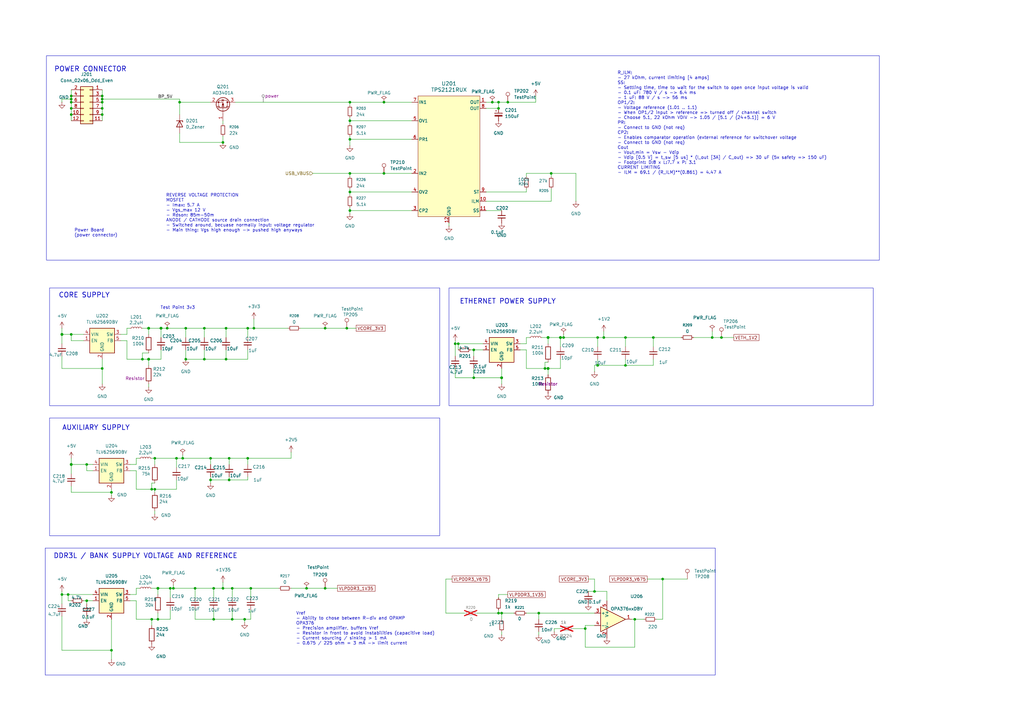
<source format=kicad_sch>
(kicad_sch (version 20250114) (generator "eeschema") (generator_version "9.0")
  (paper "A3")
  (rectangle (start 18.542 224.79) (end 293.37 276.86))
  (rectangle (start 20.32 118.11) (end 180.34 166.37))
  (rectangle (start 20.32 171.45) (end 180.34 219.71))
  (rectangle (start 184.15 118.11) (end 358.14 166.37))
  (rectangle (start 19.05 22.86) (end 360.68 106.68))
  (text "R_ILM: \n- 27 kOhm, current limiting [4 amps]\nSS:\n- Settling time, time to wait for the switch to open once input voltage is valid\n- 0.1 uF: 780 V / s -> 6.4 ms\n- 1 uF: 88 V / s -> 56 ms\nOP1/2:\n- Voltage reference (1.01 .. 1.1)\n- When OP1/2 input > reference => turned off / channel switch\n- Choose 5.1, 22 kOhm VDIV -> 1.05 / [5.1 / (24+5.1)] = 6 V\nPR:\n- Connect to GND (not req)\nCP2:\n- Enables comparator operation (external reference for switchover voltage\n- Connect to GND (not req)\nCout\n- Vout,min = Vsw - Vdip\n- Vdip [0.5 V] = t_sw [5 us] * (I_out [3A] / C_out) => 30 uF (5x safety => 150 uF)\n- Footprint: D:8 x L:7.7 x P: 3.1\nCURRENT LIMITING\n- ILM = 69.1 / (R_ILM)**(0.861) = 4.47 A" (at 253.238 71.628 0) (effects (font (size 1.27 1.27)) (justify left bottom)))
  (text "Test Point 3v3" (at 80.01 127 0) (effects (font (size 1.27 1.27)) (justify right bottom)))
  (text "DDR3L / BANK SUPPLY VOLTAGE AND REFERENCE" (at 59.69 228.092 0) (effects (font (size 2 2) (thickness 0.254) (bold yes))))
  (text "Power Board \n(power connector)" (at 30.48 97.282 0) (effects (font (size 1.27 1.27)) (justify left bottom)))
  (text "POWER CONNECTOR" (at 37.084 28.448 0) (effects (font (size 2 2) (thickness 0.254) (bold yes))))
  (text "ETHERNET POWER SUPPLY" (at 208.28 123.698 0) (effects (font (size 2 2) (thickness 0.254) (bold yes))))
  (text "REVERSE VOLTAGE PROTECTION\nMOSFET\n- Imax: 5.7 A\n- Vgs_max 12 V\n- Rdson: 85m-50m\nANODE / CATHODE source drain connection\n- Switched around, becuase normally input: voltage regulator\n- Main thing: Vgs high enough -> pushed high anyways" (at 68.072 95.25 0) (effects (font (size 1.27 1.27)) (justify left bottom)))
  (text "Vref\n- Ability to chose between R-div and OPAMP\nOPA376\n- Precision amplifier, buffers Vref\n- Resistor in front to avoid instabilities (capacitive load)\n- Current sourcing / sinking > 1 mA\n- 0.675 / 225 ohm = 3 mA -> limit current" (at 121.412 264.668 0) (effects (font (size 1.27 1.27)) (justify left bottom)))
  (text "CORE SUPPLY" (at 34.544 121.158 0) (effects (font (size 2 2) (thickness 0.254) (bold yes))))
  (text "AUXILIARY SUPPLY" (at 39.37 175.514 0) (effects (font (size 2 2) (thickness 0.254) (bold yes))))
  (junction (at 201.93 41.91))
  (junction (at 63.5 187.96))
  (junction (at 231.14 138.43))
  (junction (at 245.11 138.43))
  (junction (at 58.42 147.32))
  (junction (at 45.72 266.7))
  (junction (at 29.21 41.91))
  (junction (at 194.31 143.51))
  (junction (at 295.91 138.43))
  (junction (at 29.21 44.45))
  (junction (at 208.28 41.91))
  (junction (at 64.77 254))
  (junction (at 125.73 241.3))
  (junction (at 87.63 241.3))
  (junction (at 142.24 134.62))
  (junction (at 62.23 200.66))
  (junction (at 220.98 251.46))
  (junction (at 95.25 241.3))
  (junction (at 247.65 138.43))
  (junction (at 267.97 138.43))
  (junction (at 25.4 137.16) (diameter 1.016))
  (junction (at 224.79 138.43) (diameter 1.016))
  (junction (at 87.63 254))
  (junction (at 93.98 196.85))
  (junction (at 74.93 187.96))
  (junction (at 243.84 242.57))
  (junction (at 76.2 134.62))
  (junction (at 29.21 46.99))
  (junction (at 29.21 39.37))
  (junction (at 41.91 39.37))
  (junction (at 41.91 44.45))
  (junction (at 92.71 147.32))
  (junction (at 260.35 254))
  (junction (at 93.98 187.96))
  (junction (at 29.21 137.16))
  (junction (at 92.71 134.62))
  (junction (at 41.91 151.13))
  (junction (at 186.69 140.97))
  (junction (at 101.6 187.96))
  (junction (at 204.47 41.91))
  (junction (at 143.51 71.12))
  (junction (at 229.87 138.43) (diameter 1.016))
  (junction (at 143.51 57.15))
  (junction (at 157.48 71.12))
  (junction (at 271.78 237.49))
  (junction (at 60.96 134.62) (diameter 1.016))
  (junction (at 76.2 147.32))
  (junction (at 133.35 241.3))
  (junction (at 91.44 58.42))
  (junction (at 245.11 149.86))
  (junction (at 73.66 41.91))
  (junction (at 64.77 241.3) (diameter 1.016))
  (junction (at 292.1 138.43))
  (junction (at 63.5 200.66))
  (junction (at 157.48 41.91))
  (junction (at 80.01 241.3))
  (junction (at 45.72 201.93))
  (junction (at 41.91 40.64))
  (junction (at 68.58 134.62))
  (junction (at 91.44 241.3))
  (junction (at 95.25 254))
  (junction (at 83.82 134.62))
  (junction (at 72.39 187.96))
  (junction (at 100.33 254))
  (junction (at 205.74 251.46))
  (junction (at 102.87 241.3))
  (junction (at 143.51 86.36))
  (junction (at 69.85 241.3))
  (junction (at 35.56 246.38))
  (junction (at 35.56 190.5))
  (junction (at 86.36 187.96))
  (junction (at 205.74 154.94) (diameter 1.016))
  (junction (at 256.54 149.86))
  (junction (at 27.94 243.84))
  (junction (at 143.51 41.91))
  (junction (at 86.36 196.85))
  (junction (at 223.52 151.13))
  (junction (at 29.21 190.5) (diameter 1.016))
  (junction (at 83.82 147.32))
  (junction (at 194.31 154.94))
  (junction (at 71.12 241.3))
  (junction (at 143.51 49.53))
  (junction (at 41.91 41.91))
  (junction (at 25.4 243.84))
  (junction (at 204.47 251.46))
  (junction (at 224.79 151.13) (diameter 1.016))
  (junction (at 240.03 257.81))
  (junction (at 29.21 40.64))
  (junction (at 60.96 147.32) (diameter 1.016))
  (junction (at 204.47 44.45))
  (junction (at 143.51 78.74))
  (junction (at 133.35 134.62))
  (junction (at 104.14 134.62))
  (junction (at 62.23 254))
  (junction (at 256.54 138.43))
  (junction (at 101.6 134.62))
  (junction (at 187.96 140.97))
  (junction (at 66.04 134.62) (diameter 1.016))
  (junction (at 41.91 46.99))
  (junction (at 226.06 71.12))
  (wire (pts (xy 143.51 57.15) (xy 143.51 59.69)))
  (wire (pts (xy 220.98 254) (xy 220.98 251.46)))
  (wire (pts (xy 260.35 265.43) (xy 240.03 265.43)))
  (wire (pts (xy 226.06 71.12) (xy 236.22 71.12)))
  (wire (pts (xy 29.21 40.64) (xy 25.4 40.64)))
  (wire (pts (xy 215.9 140.97) (xy 215.9 138.43)))
  (wire (pts (xy 60.96 157.48) (xy 60.96 158.75)))
  (wire (pts (xy 29.21 36.83) (xy 29.21 39.37)))
  (wire (pts (xy 205.74 251.46) (xy 205.74 254)))
  (wire (pts (xy 186.69 139.7) (xy 186.69 140.97)))
  (wire (pts (xy 240.03 257.81) (xy 240.03 265.43)))
  (wire (pts (xy 83.82 134.62) (xy 83.82 138.43)))
  (wire (pts (xy 256.54 138.43) (xy 267.97 138.43)))
  (wire (pts (xy 168.91 86.36) (xy 143.51 86.36)))
  (wire (pts (xy 186.69 140.97) (xy 186.69 146.05)))
  (wire (pts (xy 69.85 241.3) (xy 69.85 245.11)))
  (wire (pts (xy 55.88 254) (xy 62.23 254)))
  (wire (pts (xy 55.88 187.96) (xy 55.88 190.5)))
  (wire (pts (xy 143.51 80.01) (xy 143.51 78.74)))
  (wire (pts (xy 205.74 154.94) (xy 205.74 157.48)))
  (wire (pts (xy 243.84 149.86) (xy 245.11 149.86)))
  (wire (pts (xy 80.01 254) (xy 87.63 254)))
  (wire (pts (xy 101.6 195.58) (xy 101.6 196.85)))
  (wire (pts (xy 205.74 259.08) (xy 205.74 260.35)))
  (wire (pts (xy 55.88 241.3) (xy 57.15 241.3)))
  (wire (pts (xy 194.31 143.51) (xy 198.12 143.51)))
  (wire (pts (xy 264.16 254) (xy 260.35 254)))
  (wire (pts (xy 245.11 149.86) (xy 256.54 149.86)))
  (wire (pts (xy 91.44 55.88) (xy 91.44 58.42)))
  (wire (pts (xy 231.14 138.43) (xy 245.11 138.43)))
  (wire (pts (xy 86.36 196.85) (xy 86.36 198.12)))
  (wire (pts (xy 260.35 254) (xy 259.08 254)))
  (wire (pts (xy 224.79 138.43) (xy 229.87 138.43)))
  (wire (pts (xy 157.48 71.12) (xy 168.91 71.12)))
  (wire (pts (xy 63.5 187.96) (xy 63.5 190.5)))
  (wire (pts (xy 25.4 146.05) (xy 25.4 151.13)))
  (wire (pts (xy 241.3 242.57) (xy 243.84 242.57)))
  (wire (pts (xy 271.78 237.49) (xy 271.78 254)))
  (wire (pts (xy 72.39 187.96) (xy 74.93 187.96)))
  (wire (pts (xy 93.98 195.58) (xy 93.98 196.85)))
  (wire (pts (xy 205.74 151.13) (xy 205.74 154.94)))
  (wire (pts (xy 25.4 137.16) (xy 25.4 140.97)))
  (wire (pts (xy 64.77 251.46) (xy 64.77 254)))
  (wire (pts (xy 231.14 137.16) (xy 231.14 138.43)))
  (wire (pts (xy 224.79 138.43) (xy 224.79 140.97)))
  (wire (pts (xy 80.01 241.3) (xy 80.01 245.11)))
  (wire (pts (xy 60.96 147.32) (xy 60.96 149.86)))
  (wire (pts (xy 243.84 149.86) (xy 243.84 152.4)))
  (wire (pts (xy 184.15 92.71) (xy 184.15 91.44)))
  (wire (pts (xy 199.39 82.55) (xy 226.06 82.55)))
  (wire (pts (xy 45.72 201.93) (xy 45.72 203.2)))
  (wire (pts (xy 52.07 137.16) (xy 49.53 137.16)))
  (wire (pts (xy 91.44 50.8) (xy 91.44 49.53)))
  (wire (pts (xy 66.04 147.32) (xy 60.96 147.32)))
  (wire (pts (xy 35.56 252.73) (xy 35.56 254)))
  (wire (pts (xy 86.36 195.58) (xy 86.36 196.85)))
  (wire (pts (xy 208.28 41.91) (xy 204.47 41.91)))
  (wire (pts (xy 29.21 40.64) (xy 29.21 41.91)))
  (wire (pts (xy 104.14 134.62) (xy 104.14 130.81)))
  (wire (pts (xy 83.82 143.51) (xy 83.82 147.32)))
  (wire (pts (xy 76.2 138.43) (xy 76.2 134.62)))
  (wire (pts (xy 186.69 151.13) (xy 186.69 154.94)))
  (wire (pts (xy 27.94 246.38) (xy 29.21 246.38)))
  (wire (pts (xy 292.1 135.89) (xy 292.1 138.43)))
  (wire (pts (xy 182.88 237.49) (xy 185.42 237.49)))
  (wire (pts (xy 119.38 187.96) (xy 119.38 185.42)))
  (wire (pts (xy 60.96 147.32) (xy 58.42 147.32)))
  (wire (pts (xy 29.21 187.96) (xy 29.21 190.5)))
  (wire (pts (xy 55.88 246.38) (xy 55.88 254)))
  (wire (pts (xy 271.78 254) (xy 269.24 254)))
  (wire (pts (xy 194.31 146.05) (xy 194.31 143.51)))
  (wire (pts (xy 35.56 247.65) (xy 35.56 246.38)))
  (wire (pts (xy 58.42 144.78) (xy 60.96 144.78)))
  (wire (pts (xy 86.36 196.85) (xy 93.98 196.85)))
  (wire (pts (xy 199.39 44.45) (xy 204.47 44.45)))
  (wire (pts (xy 45.72 200.66) (xy 45.72 201.93)))
  (wire (pts (xy 62.23 200.66) (xy 63.5 200.66)))
  (wire (pts (xy 101.6 187.96) (xy 119.38 187.96)))
  (wire (pts (xy 73.66 58.42) (xy 73.66 54.61)))
  (wire (pts (xy 240.03 256.54) (xy 240.03 257.81)))
  (wire (pts (xy 267.97 138.43) (xy 267.97 142.24)))
  (wire (pts (xy 34.29 246.38) (xy 35.56 246.38)))
  (wire (pts (xy 55.88 243.84) (xy 55.88 241.3)))
  (wire (pts (xy 182.88 251.46) (xy 190.5 251.46)))
  (wire (pts (xy 62.23 198.12) (xy 63.5 198.12)))
  (wire (pts (xy 41.91 39.37) (xy 41.91 40.64)))
  (wire (pts (xy 92.71 134.62) (xy 101.6 134.62)))
  (wire (pts (xy 143.51 71.12) (xy 157.48 71.12)))
  (wire (pts (xy 223.52 148.59) (xy 224.79 148.59)))
  (wire (pts (xy 87.63 245.11) (xy 87.63 241.3)))
  (wire (pts (xy 142.24 134.62) (xy 133.35 134.62)))
  (wire (pts (xy 101.6 134.62) (xy 101.6 138.43)))
  (wire (pts (xy 63.5 187.96) (xy 72.39 187.96)))
  (wire (pts (xy 52.07 134.62) (xy 52.07 137.16)))
  (wire (pts (xy 187.96 140.97) (xy 187.96 143.51)))
  (wire (pts (xy 25.4 134.62) (xy 25.4 137.16)))
  (wire (pts (xy 220.98 251.46) (xy 243.84 251.46)))
  (wire (pts (xy 66.04 143.51) (xy 66.04 147.32)))
  (wire (pts (xy 86.36 187.96) (xy 86.36 190.5)))
  (wire (pts (xy 229.87 151.13) (xy 224.79 151.13)))
  (wire (pts (xy 74.93 186.69) (xy 74.93 187.96)))
  (wire (pts (xy 234.95 257.81) (xy 240.03 257.81)))
  (wire (pts (xy 223.52 148.59) (xy 223.52 151.13)))
  (wire (pts (xy 92.71 138.43) (xy 92.71 134.62)))
  (wire (pts (xy 101.6 196.85) (xy 93.98 196.85)))
  (wire (pts (xy 53.34 246.38) (xy 55.88 246.38)))
  (wire (pts (xy 199.39 41.91) (xy 201.93 41.91)))
  (wire (pts (xy 204.47 250.19) (xy 204.47 251.46)))
  (wire (pts (xy 73.66 41.91) (xy 73.66 46.99)))
  (wire (pts (xy 256.54 147.32) (xy 256.54 149.86)))
  (wire (pts (xy 91.44 241.3) (xy 95.25 241.3)))
  (wire (pts (xy 41.91 147.32) (xy 41.91 151.13)))
  (wire (pts (xy 76.2 147.32) (xy 83.82 147.32)))
  (wire (pts (xy 58.42 147.32) (xy 52.07 147.32)))
  (wire (pts (xy 215.9 251.46) (xy 220.98 251.46)))
  (wire (pts (xy 243.84 237.49) (xy 243.84 242.57)))
  (wire (pts (xy 29.21 190.5) (xy 29.21 194.31)))
  (wire (pts (xy 29.21 201.93) (xy 45.72 201.93)))
  (wire (pts (xy 29.21 139.7) (xy 29.21 137.16)))
  (wire (pts (xy 143.51 85.09) (xy 143.51 86.36)))
  (wire (pts (xy 63.5 200.66) (xy 63.5 201.93)))
  (wire (pts (xy 157.48 41.91) (xy 168.91 41.91)))
  (wire (pts (xy 35.56 190.5) (xy 38.1 190.5)))
  (wire (pts (xy 223.52 151.13) (xy 224.79 151.13)))
  (wire (pts (xy 143.51 55.88) (xy 143.51 57.15)))
  (wire (pts (xy 55.88 200.66) (xy 55.88 193.04)))
  (wire (pts (xy 267.97 138.43) (xy 279.4 138.43)))
  (wire (pts (xy 25.4 243.84) (xy 25.4 247.65)))
  (wire (pts (xy 29.21 137.16) (xy 34.29 137.16)))
  (wire (pts (xy 76.2 134.62) (xy 83.82 134.62)))
  (wire (pts (xy 55.88 193.04) (xy 53.34 193.04)))
  (wire (pts (xy 219.71 41.91) (xy 208.28 41.91)))
  (wire (pts (xy 265.43 237.49) (xy 271.78 237.49)))
  (wire (pts (xy 194.31 154.94) (xy 205.74 154.94)))
  (wire (pts (xy 69.85 254) (xy 64.77 254)))
  (wire (pts (xy 41.91 40.64) (xy 41.91 41.91)))
  (wire (pts (xy 87.63 254) (xy 95.25 254)))
  (wire (pts (xy 73.66 58.42) (xy 91.44 58.42)))
  (wire (pts (xy 215.9 151.13) (xy 223.52 151.13)))
  (wire (pts (xy 215.9 71.12) (xy 226.06 71.12)))
  (wire (pts (xy 143.51 78.74) (xy 168.91 78.74)))
  (wire (pts (xy 195.58 251.46) (xy 204.47 251.46)))
  (wire (pts (xy 25.4 266.7) (xy 45.72 266.7)))
  (wire (pts (xy 118.11 134.62) (xy 104.14 134.62)))
  (wire (pts (xy 100.33 254) (xy 100.33 255.27)))
  (wire (pts (xy 133.35 241.3) (xy 138.43 241.3)))
  (wire (pts (xy 229.87 138.43) (xy 231.14 138.43)))
  (wire (pts (xy 25.4 252.73) (xy 25.4 266.7)))
  (wire (pts (xy 95.25 245.11) (xy 95.25 241.3)))
  (wire (pts (xy 295.91 138.43) (xy 300.99 138.43)))
  (wire (pts (xy 247.65 135.89) (xy 247.65 138.43)))
  (wire (pts (xy 201.93 41.91) (xy 204.47 41.91)))
  (wire (pts (xy 281.94 237.49) (xy 271.78 237.49)))
  (wire (pts (xy 215.9 71.12) (xy 215.9 72.39)))
  (wire (pts (xy 260.35 265.43) (xy 260.35 254)))
  (wire (pts (xy 29.21 139.7) (xy 34.29 139.7)))
  (wire (pts (xy 60.96 134.62) (xy 60.96 137.16)))
  (wire (pts (xy 205.74 251.46) (xy 210.82 251.46)))
  (wire (pts (xy 27.94 243.84) (xy 38.1 243.84)))
  (wire (pts (xy 102.87 241.3) (xy 114.3 241.3)))
  (wire (pts (xy 83.82 147.32) (xy 92.71 147.32)))
  (wire (pts (xy 29.21 199.39) (xy 29.21 201.93)))
  (wire (pts (xy 66.04 134.62) (xy 68.58 134.62)))
  (wire (pts (xy 29.21 190.5) (xy 35.56 190.5)))
  (wire (pts (xy 186.69 154.94) (xy 194.31 154.94)))
  (wire (pts (xy 62.23 254) (xy 64.77 254)))
  (wire (pts (xy 64.77 241.3) (xy 69.85 241.3)))
  (wire (pts (xy 222.25 138.43) (xy 224.79 138.43)))
  (wire (pts (xy 256.54 138.43) (xy 247.65 138.43)))
  (wire (pts (xy 215.9 78.74) (xy 215.9 77.47)))
  (wire (pts (xy 93.98 187.96) (xy 101.6 187.96)))
  (wire (pts (xy 52.07 134.62) (xy 53.34 134.62)))
  (wire (pts (xy 101.6 143.51) (xy 101.6 147.32)))
  (wire (pts (xy 41.91 44.45) (xy 41.91 46.99)))
  (wire (pts (xy 96.52 41.91) (xy 143.51 41.91)))
  (wire (pts (xy 295.91 138.43) (xy 292.1 138.43)))
  (wire (pts (xy 204.47 44.45) (xy 204.47 41.91)))
  (wire (pts (xy 64.77 241.3) (xy 64.77 243.84)))
  (wire (pts (xy 73.66 41.91) (xy 86.36 41.91)))
  (wire (pts (xy 45.72 270.51) (xy 45.72 266.7)))
  (wire (pts (xy 55.88 190.5) (xy 53.34 190.5)))
  (wire (pts (xy 101.6 187.96) (xy 101.6 190.5)))
  (wire (pts (xy 220.98 260.35) (xy 220.98 259.08)))
  (wire (pts (xy 143.51 49.53) (xy 143.51 48.26)))
  (wire (pts (xy 187.96 140.97) (xy 198.12 140.97)))
  (wire (pts (xy 219.71 39.37) (xy 219.71 41.91)))
  (wire (pts (xy 45.72 254) (xy 45.72 266.7)))
  (wire (pts (xy 63.5 209.55) (xy 63.5 210.82)))
  (wire (pts (xy 204.47 243.84) (xy 204.47 245.11)))
  (wire (pts (xy 63.5 200.66) (xy 72.39 200.66)))
  (wire (pts (xy 62.23 200.66) (xy 55.88 200.66)))
  (wire (pts (xy 62.23 241.3) (xy 64.77 241.3)))
  (wire (pts (xy 35.56 246.38) (xy 38.1 246.38)))
  (wire (pts (xy 226.06 77.47) (xy 226.06 82.55)))
  (wire (pts (xy 35.56 190.5) (xy 35.56 193.04)))
  (wire (pts (xy 87.63 250.19) (xy 87.63 254)))
  (wire (pts (xy 95.25 254) (xy 100.33 254)))
  (wire (pts (xy 199.39 78.74) (xy 215.9 78.74)))
  (wire (pts (xy 204.47 251.46) (xy 205.74 251.46)))
  (wire (pts (xy 143.51 57.15) (xy 168.91 57.15)))
  (wire (pts (xy 236.22 71.12) (xy 236.22 82.55)))
  (wire (pts (xy 245.11 138.43) (xy 247.65 138.43)))
  (wire (pts (xy 245.11 138.43) (xy 245.11 142.24)))
  (wire (pts (xy 182.88 237.49) (xy 182.88 251.46)))
  (wire (pts (xy 62.23 254) (xy 62.23 256.54)))
  (wire (pts (xy 193.04 143.51) (xy 194.31 143.51)))
  (wire (pts (xy 80.01 250.19) (xy 80.01 254)))
  (wire (pts (xy 66.04 134.62) (xy 66.04 138.43)))
  (wire (pts (xy 215.9 138.43) (xy 217.17 138.43)))
  (wire (pts (xy 213.36 140.97) (xy 215.9 140.97)))
  (wire (pts (xy 199.39 86.36) (xy 205.74 86.36)))
  (wire (pts (xy 229.87 138.43) (xy 229.87 142.24)))
  (wire (pts (xy 41.91 46.99) (xy 41.91 49.53)))
  (wire (pts (xy 62.23 198.12) (xy 62.23 200.66)))
  (wire (pts (xy 52.07 147.32) (xy 52.07 139.7)))
  (wire (pts (xy 53.34 243.84) (xy 55.88 243.84)))
  (wire (pts (xy 69.85 250.19) (xy 69.85 254)))
  (wire (pts (xy 71.12 240.03) (xy 71.12 241.3)))
  (wire (pts (xy 208.28 243.84) (xy 204.47 243.84)))
  (wire (pts (xy 226.06 71.12) (xy 226.06 72.39)))
  (wire (pts (xy 58.42 144.78) (xy 58.42 147.32)))
  (wire (pts (xy 25.4 243.84) (xy 27.94 243.84)))
  (wire (pts (xy 248.92 242.57) (xy 248.92 246.38)))
  (wire (pts (xy 71.12 241.3) (xy 80.01 241.3)))
  (wire (pts (xy 73.66 40.64) (xy 73.66 41.91)))
  (wire (pts (xy 83.82 134.62) (xy 92.71 134.62)))
  (wire (pts (xy 35.56 193.04) (xy 38.1 193.04)))
  (wire (pts (xy 143.51 43.18) (xy 143.51 41.91)))
  (wire (pts (xy 267.97 147.32) (xy 267.97 149.86)))
  (wire (pts (xy 142.24 134.62) (xy 146.05 134.62)))
  (wire (pts (xy 25.4 151.13) (xy 41.91 151.13)))
  (wire (pts (xy 227.33 257.81) (xy 227.33 259.08)))
  (wire (pts (xy 186.69 140.97) (xy 187.96 140.97)))
  (wire (pts (xy 240.03 256.54) (xy 243.84 256.54)))
  (wire (pts (xy 143.51 72.39) (xy 143.51 71.12)))
  (wire (pts (xy 92.71 143.51) (xy 92.71 147.32)))
  (wire (pts (xy 76.2 143.51) (xy 76.2 147.32)))
  (wire (pts (xy 91.44 238.76) (xy 91.44 241.3)))
  (wire (pts (xy 25.4 40.64) (xy 25.4 41.91)))
  (wire (pts (xy 102.87 241.3) (xy 102.87 245.11)))
  (wire (pts (xy 224.79 151.13) (xy 224.79 153.67)))
  (wire (pts (xy 68.58 134.62) (xy 76.2 134.62)))
  (wire (pts (xy 86.36 187.96) (xy 93.98 187.96)))
  (wire (pts (xy 241.3 237.49) (xy 243.84 237.49)))
  (wire (pts (xy 80.01 241.3) (xy 87.63 241.3)))
  (wire (pts (xy 243.84 242.57) (xy 248.92 242.57)))
  (wire (pts (xy 25.4 242.57) (xy 25.4 243.84)))
  (wire (pts (xy 58.42 134.62) (xy 60.96 134.62)))
  (wire (pts (xy 128.27 71.12) (xy 143.51 71.12)))
  (wire (pts (xy 123.19 134.62) (xy 133.35 134.62)))
  (wire (pts (xy 72.39 187.96) (xy 72.39 191.77)))
  (wire (pts (xy 256.54 149.86) (xy 267.97 149.86)))
  (wire (pts (xy 69.85 241.3) (xy 71.12 241.3)))
  (wire (pts (xy 143.51 41.91) (xy 157.48 41.91)))
  (wire (pts (xy 102.87 250.19) (xy 102.87 254)))
  (wire (pts (xy 194.31 151.13) (xy 194.31 154.94)))
  (wire (pts (xy 143.51 49.53) (xy 168.91 49.53)))
  (wire (pts (xy 102.87 254) (xy 100.33 254)))
  (wire (pts (xy 62.23 187.96) (xy 63.5 187.96)))
  (wire (pts (xy 215.9 143.51) (xy 215.9 151.13)))
  (wire (pts (xy 29.21 41.91) (xy 29.21 44.45)))
  (wire (pts (xy 60.96 134.62) (xy 66.04 134.62)))
  (wire (pts (xy 52.07 139.7) (xy 49.53 139.7)))
  (wire (pts (xy 29.21 44.45) (xy 29.21 46.99)))
  (wire (pts (xy 245.11 147.32) (xy 245.11 149.86)))
  (wire (pts (xy 227.33 257.81) (xy 229.87 257.81)))
  (wire (pts (xy 87.63 241.3) (xy 91.44 241.3)))
  (wire (pts (xy 95.25 250.19) (xy 95.25 254)))
  (wire (pts (xy 29.21 46.99) (xy 29.21 49.53)))
  (wire (pts (xy 101.6 134.62) (xy 104.14 134.62)))
  (wire (pts (xy 143.51 78.74) (xy 143.51 77.47)))
  (wire (pts (xy 41.91 41.91) (xy 41.91 44.45)))
  (wire (pts (xy 74.93 187.96) (xy 86.36 187.96)))
  (wire (pts (xy 119.38 241.3) (xy 125.73 241.3)))
  (wire (pts (xy 213.36 143.51) (xy 215.9 143.51)))
  (wire (pts (xy 41.91 36.83) (xy 41.91 39.37)))
  (wire (pts (xy 41.91 40.64) (xy 73.66 40.64)))
  (wire (pts (xy 256.54 142.24) (xy 256.54 138.43)))
  (wire (pts (xy 95.25 241.3) (xy 102.87 241.3)))
  (wire (pts (xy 25.4 137.16) (xy 29.21 137.16)))
  (wire (pts (xy 125.73 241.3) (xy 133.35 241.3)))
  (wire (pts (xy 27.94 243.84) (xy 27.94 246.38)))
  (wire (pts (xy 143.51 86.36) (xy 143.51 87.63)))
  (wire (pts (xy 29.21 39.37) (xy 29.21 40.64)))
  (wire (pts (xy 284.48 138.43) (xy 292.1 138.43)))
  (wire (pts (xy 229.87 147.32) (xy 229.87 151.13)))
  (wire (pts (xy 93.98 187.96) (xy 93.98 190.5)))
  (wire (pts (xy 92.71 147.32) (xy 101.6 147.32)))
  (wire (pts (xy 143.51 50.8) (xy 143.51 49.53)))
  (wire (pts (xy 72.39 196.85) (xy 72.39 200.66)))
  (wire (pts (xy 41.91 157.48) (xy 41.91 151.13)))
  (wire (pts (xy 55.88 187.96) (xy 57.15 187.96)))
  (label "BP_5V" (at 64.77 40.64 0))
  (global_label "VLPDDR3_V675" (shape passive) (at 185.42 237.49 0) (property "Intersheetrefs" "${INTERSHEET_REFS}" (effects (hide yes))))
  (global_label "VCORE_3V3" (shape passive) (at 146.05 134.62 0) (property "Intersheetrefs" "${INTERSHEET_REFS}" (effects (hide yes))))
  (global_label "VLPDDR3_1V35" (shape passive) (at 138.43 241.3 0) (property "Intersheetrefs" "${INTERSHEET_REFS}" (effects (hide yes))))
  (global_label "VETH_1V2" (shape passive) (at 300.99 138.43 0) (property "Intersheetrefs" "${INTERSHEET_REFS}" (effects (hide yes))))
  (global_label "VCORE_3V3" (shape passive) (at 241.3 237.49 180) (property "Intersheetrefs" "${INTERSHEET_REFS}" (effects (hide yes))))
  (global_label "VLPDDR3_1V35" (shape passive) (at 208.28 243.84 0) (property "Intersheetrefs" "${INTERSHEET_REFS}" (effects (hide yes))))
  (global_label "VLPDDR3_V675" (shape passive) (at 265.43 237.49 180) (property "Intersheetrefs" "${INTERSHEET_REFS}" (effects (hide yes))))
  (hierarchical_label "USB_VBUS" (shape input) (at 128.27 71.12 180))
  (netclass_flag "" (length 2.54) (shape round) (at 107.95 41.91 0) (property "Netclass" "power" (at 108.6485 39.37 0) (effects (justify left))))
  (symbol (lib_id "Device:R_Small") (at 190.5 143.51 90) (unit 1)
    (property "Reference" "R201" (at 193.294 146.05 90) (effects (justify left)))
    (property "Value" "4.7k" (at 192.532 142.748 90) (effects (justify left)))
    (property "Footprint" "Resistor_SMD:R_0402_1005Metric" (effects (hide yes)))
    (property "Description" "Resistor, small symbol" (effects (hide yes)))
    (property "LPN" "C25900" (effects (hide yes)))
    (property "MPN" "0402WGF4701TCE" (effects (hide yes)))
  )
  (symbol (lib_id "Device:R") (at 60.96 140.97 180) (unit 1)
    (property "Reference" "R210" (at 59.182 138.6713 0) (effects (justify left)))
    (property "Value" "100k" (at 59.182 140.97 0) (effects (justify left)))
    (property "Footprint" "Resistor_SMD:R_0603_1608Metric" (effects (hide yes)))
    (property "Description" "Resistor" (effects (hide yes)))
    (property "LPN" "C25803" (effects (hide yes)))
    (property "MPN" "0603WAF1003T5E" (effects (hide yes)))
  )
  (symbol (lib_id "Device:C_Small") (at 95.25 247.65 0) (unit 1)
    (property "Reference" "C222" (at 92.964 245.872 0) (effects (justify left)))
    (property "Value" "10uF" (at 93.472 250.19 0) (effects (justify left)))
    (property "Footprint" "Capacitor_SMD:C_0603_1608Metric" (effects (hide yes)))
    (property "Datasheet" "https://jlcpcb.com/api/file/downloadByFileSystemAccessId/8579707107920437248" (effects (hide yes)))
    (property "Description" "Unpolarized capacitor, small symbol" (effects (hide yes)))
    (property "LPN" "C19702" (effects (hide yes)))
    (property "MPN" "CL10A106KP8NNNC" (effects (hide yes)))
  )
  (symbol (lib_id "Device:C_Small") (at 241.3 245.11 0) (unit 1)
    (property "Reference" "C225" (at 236.22 242.57 0) (effects (justify left)))
    (property "Value" "0.1uF" (at 241.3 246.888 0) (effects (justify left)))
    (property "Footprint" "Capacitor_SMD:C_0201_0603Metric" (effects (hide yes)))
    (property "Datasheet" "https://jlcpcb.com/api/file/downloadByFileSystemAccessId/8603345729432014848" (effects (hide yes)))
    (property "Description" "X7R" (effects (hide yes)))
    (property "LPN" "C22435929" (effects (hide yes)))
    (property "MPN" "CGA0201X7R104K160ET " (effects (hide yes)))
  )
  (symbol (lib_id "power:GND") (at 45.72 270.51 0) (unit 1)
    (property "Reference" "#PWR0230" (effects (hide yes)))
    (property "Value" "GND" (at 49.53 272.288 0))
    (property "Description" "Power symbol creates a global label with name \"GND\" , ground" (effects (hide yes)))
  )
  (symbol (lib_id "power:GND") (at 220.98 260.35 0) (mirror y) (unit 1)
    (property "Reference" "#PWR0235" (effects (hide yes)))
    (property "Value" "GND" (at 223.774 263.144 0))
    (property "Description" "Power symbol creates a global label with name \"GND\" , ground" (effects (hide yes)))
  )
  (symbol (lib_id "Device:R") (at 224.79 157.48 180) (unit 1)
    (property "Reference" "R213" (at 223.012 155.1813 0) (effects (justify left)))
    (property "Value" "100k" (at 223.012 157.48 0) (effects (justify left)))
    (property "Footprint" "Resistor_SMD:R_0603_1608Metric" (effects (hide yes)))
    (property "Description" "Resistor" (at 224.79 157.48 0))
    (property "LPN" "C25803" (effects (hide yes)))
    (property "MPN" "0603WAF1003T5E" (effects (hide yes)))
  )
  (symbol (lib_id "power:GND") (at 204.47 49.53 0) (unit 1)
    (property "Reference" "#PWR0202" (effects (hide yes)))
    (property "Value" "GND" (at 204.47 54.61 0))
    (property "Description" "Power symbol creates a global label with name \"GND\" , ground" (effects (hide yes)))
  )
  (symbol (lib_id "Device:C_Small") (at 29.21 196.85 0) (unit 1)
    (property "Reference" "C218" (at 21.59 195.326 0) (effects (justify left)))
    (property "Value" "4.7uF" (at 26.924 197.358 0) (effects (justify right)))
    (property "Footprint" "Capacitor_SMD:C_0402_1005Metric" (effects (hide yes)))
    (property "Datasheet" "https://jlcpcb.com/api/file/downloadByFileSystemAccessId/8579707315714920448" (effects (hide yes)))
    (property "Description" "X5R, 10V" (effects (hide yes)))
    (property "LPN" "C23733" (effects (hide yes)))
    (property "MPN" "CL05A475MP5NRNC" (effects (hide yes)))
  )
  (symbol (lib_id "Device:R_Small") (at 143.51 45.72 0) (unit 1)
    (property "Reference" "R203" (at 146.05 44.4499 0) (effects (font (size 1.016 1.016)) (justify left)))
    (property "Value" "24k" (at 146.05 46.9899 0) (effects (justify left)))
    (property "Footprint" "Resistor_SMD:R_0603_1608Metric" (effects (hide yes)))
    (property "Datasheet" "https://jlcpcb.com/api/file/downloadByFileSystemAccessId/8579706277024620544" (effects (hide yes)))
    (property "Description" "Resistor, small symbol" (effects (hide yes)))
    (property "LPN" "C23352" (effects (hide yes)))
    (property "MPN" "0603WAF2402T5E" (effects (hide yes)))
  )
  (symbol (lib_id "Device:R") (at 62.23 260.35 180) (unit 1)
    (property "Reference" "R225" (at 64.0081 258.0513 0) (effects (justify right)))
    (property "Value" "24k" (at 64.0081 260.35 0) (effects (justify right)))
    (property "Footprint" "Resistor_SMD:R_0603_1608Metric" (effects (hide yes)))
    (property "Description" "Resistor" (effects (hide yes)))
    (property "LPN" "C23352" (effects (hide yes)))
    (property "MPN" "0603WAF2402T5E" (effects (hide yes)))
  )
  (symbol (lib_id "power:+5V") (at 219.71 39.37 0) (unit 1)
    (property "Reference" "#PWR0201" (effects (hide yes)))
    (property "Value" "+5V" (at 219.71 34.29 0))
    (property "Description" "Power symbol creates a global label with name \"+5V\"" (effects (hide yes)))
  )
  (symbol (lib_id "Device:R_Small") (at 116.84 241.3 90) (unit 1)
    (property "Reference" "R217" (at 116.84 236.22 90) (effects (font (size 1.016 1.016))))
    (property "Value" "0" (at 116.84 238.76 90))
    (property "Footprint" "Resistor_SMD:R_0805_2012Metric_Pad1.20x1.40mm_HandSolder" (effects (hide yes)))
    (property "Datasheet" "https://jlcpcb.com/api/file/downloadByFileSystemAccessId/8579706711113842688" (effects (hide yes)))
    (property "Description" "125mW" (effects (hide yes)))
    (property "LPN" "C17477" (effects (hide yes)))
    (property "MPN" "0805W8F0000T5E" (effects (hide yes)))
  )
  (symbol (lib_id "Connector:TestPoint") (at 295.91 138.43 0) (unit 1)
    (property "Reference" "TP206" (at 296.672 131.826 0) (effects (justify left)))
    (property "Value" "TestPoint" (at 296.926 134.112 0) (effects (justify left)))
    (property "Footprint" "TestPoint:TestPoint_Pad_D2.0mm" (effects (hide yes)))
    (property "Description" "test point" (effects (hide yes)))
  )
  (symbol (lib_id "power:+1V35") (at 91.44 238.76 0) (unit 1)
    (property "Reference" "#PWR0225" (effects (hide yes)))
    (property "Value" "+1V35" (at 91.44 233.68 0))
    (property "Description" "Power symbol creates a global label with name \"+1V35\"" (effects (hide yes)))
  )
  (symbol (lib_id "Device:C_Small") (at 76.2 140.97 0) (unit 1)
    (property "Reference" "C204" (at 69.596 139.7 0) (effects (justify left)))
    (property "Value" "10uF" (at 76.454 143.002 0) (effects (justify left)))
    (property "Footprint" "Capacitor_SMD:C_0603_1608Metric" (effects (hide yes)))
    (property "Datasheet" "https://jlcpcb.com/api/file/downloadByFileSystemAccessId/8579707107920437248" (effects (hide yes)))
    (property "Description" "X5R, 10V" (effects (hide yes)))
    (property "LPN" "C19702" (effects (hide yes)))
    (property "MPN" "CL10A106KP8NNNC" (effects (hide yes)))
  )
  (symbol (lib_id "power:PWR_FLAG") (at 133.35 134.62 0) (unit 1)
    (property "Reference" "#FLG0204" (effects (hide yes)))
    (property "Value" "PWR_FLAG" (at 133.35 129.54 0))
    (property "Description" "Special symbol for telling ERC where power comes from" (effects (hide yes)))
  )
  (symbol (lib_id "Device:R") (at 224.79 144.78 180) (unit 1)
    (property "Reference" "R211" (at 223.012 142.4813 0) (effects (justify left)))
    (property "Value" "100k" (at 223.012 144.78 0) (effects (justify left)))
    (property "Footprint" "Resistor_SMD:R_0603_1608Metric" (effects (hide yes)))
    (property "Description" "Resistor" (effects (hide yes)))
    (property "LPN" "C25803" (effects (hide yes)))
    (property "MPN" "0603WAF1003T5E" (effects (hide yes)))
  )
  (symbol (lib_id "power:GND") (at 60.96 158.75 0) (unit 1)
    (property "Reference" "#PWR0218" (effects (hide yes)))
    (property "Value" "GND" (at 60.96 163.83 0))
    (property "Description" "Power symbol creates a global label with name \"GND\" , ground" (effects (hide yes)))
  )
  (symbol (lib_id "power:PWR_FLAG") (at 74.93 186.69 0) (unit 1)
    (property "Reference" "#FLG0207" (effects (hide yes)))
    (property "Value" "PWR_FLAG" (at 74.93 181.61 0))
    (property "Description" "Special symbol for telling ERC where power comes from" (effects (hide yes)))
  )
  (symbol (lib_id "Device:C_Small") (at 92.71 140.97 0) (unit 1)
    (property "Reference" "C206" (at 86.106 139.7 0) (effects (justify left)))
    (property "Value" "10uF" (at 92.964 143.002 0) (effects (justify left)))
    (property "Footprint" "Capacitor_SMD:C_0603_1608Metric" (effects (hide yes)))
    (property "Datasheet" "https://jlcpcb.com/api/file/downloadByFileSystemAccessId/8579707107920437248" (effects (hide yes)))
    (property "Description" "X5R, 10V" (effects (hide yes)))
    (property "LPN" "C19702" (effects (hide yes)))
    (property "MPN" "CL10A106KP8NNNC" (effects (hide yes)))
  )
  (symbol (lib_id "Device:R") (at 64.77 247.65 180) (unit 1)
    (property "Reference" "R218" (at 59.182 245.872 0) (effects (justify right)))
    (property "Value" "30k" (at 59.436 248.158 0) (effects (justify right)))
    (property "Footprint" "Resistor_SMD:R_0603_1608Metric" (effects (hide yes)))
    (property "Description" "Resistor" (effects (hide yes)))
    (property "LPN" "C22984" (effects (hide yes)))
    (property "MPN" "0603WAF3002T5E" (effects (hide yes)))
  )
  (symbol (lib_id "Device:C_Small") (at 101.6 193.04 0) (unit 1)
    (property "Reference" "C216" (at 103.632 191.516 0) (effects (justify left)))
    (property "Value" "1uF" (at 103.886 196.85 0) (effects (justify left)))
    (property "Footprint" "Capacitor_SMD:C_0805_2012Metric" (effects (hide yes)))
    (property "Datasheet" "https://jlcpcb.com/api/file/downloadByFileSystemAccessId/8579706862004473856" (effects (hide yes)))
    (property "Description" "X7R, +-10%" (effects (hide yes)))
    (property "LPN" "C28323" (effects (hide yes)))
    (property "MPN" "CL21B105KBFNNNE" (effects (hide yes)))
  )
  (symbol (lib_id "Device:C_Small") (at 35.56 250.19 0) (unit 1)
    (property "Reference" "C227" (at 33.782 249.936 0) (effects (justify left)))
    (property "Value" "0.1uF" (at 33.528 252.984 0) (effects (justify left)))
    (property "Footprint" "Capacitor_SMD:C_0201_0603Metric" (effects (hide yes)))
    (property "Datasheet" "https://jlcpcb.com/api/file/downloadByFileSystemAccessId/8603345729432014848" (effects (hide yes)))
    (property "Description" "X7R" (effects (hide yes)))
    (property "LPN" "C22435929" (effects (hide yes)))
    (property "MPN" "CGA0201X7R104K160ET " (effects (hide yes)))
  )
  (symbol (lib_id "Device:R_Small") (at 143.51 53.34 0) (unit 1)
    (property "Reference" "R207" (at 146.05 52.0699 0) (effects (font (size 1.016 1.016)) (justify left)))
    (property "Value" "5.1k" (at 146.05 54.6099 0) (effects (justify left)))
    (property "Footprint" "Resistor_SMD:R_0603_1608Metric" (effects (hide yes)))
    (property "Datasheet" "https://jlcpcb.com/api/file/downloadByFileSystemAccessId/8579706277024620544" (effects (hide yes)))
    (property "Description" "Resistor, small symbol" (effects (hide yes)))
    (property "LPN" "C23186" (effects (hide yes)))
    (property "MPN" "0603WAF5101T5E" (effects (hide yes)))
  )
  (symbol (lib_id "power:GND") (at 35.56 254 0) (unit 1)
    (property "Reference" "#PWR0203" (effects (hide yes)))
    (property "Value" "GND" (at 34.036 256.794 0))
    (property "Description" "Power symbol creates a global label with name \"GND\" , ground" (effects (hide yes)))
  )
  (symbol (lib_id "power:GND") (at 45.72 203.2 0) (unit 1)
    (property "Reference" "#PWR0223" (effects (hide yes)))
    (property "Value" "GND" (at 50.038 202.946 0))
    (property "Description" "Power symbol creates a global label with name \"GND\" , ground" (effects (hide yes)))
  )
  (symbol (lib_id "Device:C_Small") (at 86.36 193.04 0) (unit 1)
    (property "Reference" "C214" (at 79.756 191.77 0) (effects (justify left)))
    (property "Value" "10uF" (at 86.614 195.072 0) (effects (justify left)))
    (property "Footprint" "Capacitor_SMD:C_0603_1608Metric" (effects (hide yes)))
    (property "Datasheet" "https://jlcpcb.com/api/file/downloadByFileSystemAccessId/8579707107920437248" (effects (hide yes)))
    (property "Description" "Unpolarized capacitor, small symbol" (effects (hide yes)))
    (property "LPN" "C19702" (effects (hide yes)))
    (property "MPN" "CL10A106KP8NNNC" (effects (hide yes)))
  )
  (symbol (lib_id "Device:R") (at 63.5 194.31 180) (unit 1)
    (property "Reference" "R215" (at 61.722 192.0113 0) (effects (justify left)))
    (property "Value" "75k" (at 61.722 194.31 0) (effects (justify left)))
    (property "Footprint" "Resistor_SMD:R_0603_1608Metric" (effects (hide yes)))
    (property "Description" "Resistor" (effects (hide yes)))
    (property "LPN" "C23242" (effects (hide yes)))
    (property "MPN" "0603WAF7502T5E" (effects (hide yes)))
  )
  (symbol (lib_id "Device:C_Small") (at 267.97 144.78 0) (unit 1)
    (property "Reference" "C212" (at 270.002 143.256 0) (effects (justify left)))
    (property "Value" "1uF" (at 270.256 148.59 0) (effects (justify left)))
    (property "Footprint" "Capacitor_SMD:C_0805_2012Metric" (effects (hide yes)))
    (property "Datasheet" "https://jlcpcb.com/api/file/downloadByFileSystemAccessId/8579706862004473856" (effects (hide yes)))
    (property "Description" "X7R, +-10%" (effects (hide yes)))
    (property "LPN" "C28323" (effects (hide yes)))
    (property "MPN" "CL21B105KBFNNNE" (effects (hide yes)))
  )
  (symbol (lib_id "power:GND") (at 241.3 247.65 0) (mirror y) (unit 1)
    (property "Reference" "#PWR0234" (effects (hide yes)))
    (property "Value" "GND" (at 239.014 246.888 0))
    (property "Description" "Power symbol creates a global label with name \"GND\" , ground" (effects (hide yes)))
  )
  (symbol (lib_id "power:GND") (at 100.33 255.27 0) (unit 1)
    (property "Reference" "#PWR0228" (effects (hide yes)))
    (property "Value" "GND" (at 100.33 260.35 0))
    (property "Description" "Power symbol creates a global label with name \"GND\" , ground" (effects (hide yes)))
  )
  (symbol (lib_id "Device:C_Small") (at 245.11 144.78 0) (unit 1)
    (property "Reference" "C210" (at 238.506 143.51 0) (effects (justify left)))
    (property "Value" "10uF" (at 243.84 148.844 0) (effects (justify left)))
    (property "Footprint" "Capacitor_SMD:C_0603_1608Metric" (effects (hide yes)))
    (property "Datasheet" "https://jlcpcb.com/api/file/downloadByFileSystemAccessId/8579707107920437248" (effects (hide yes)))
    (property "Description" "Unpolarized capacitor, small symbol" (effects (hide yes)))
    (property "LPN" "C19702" (effects (hide yes)))
    (property "MPN" "CL10A106KP8NNNC" (effects (hide yes)))
  )
  (symbol (lib_id "power:PWR_FLAG") (at 125.73 241.3 0) (unit 1)
    (property "Reference" "#FLG0210" (effects (hide yes)))
    (property "Value" "PWR_FLAG" (at 125.476 244.348 0))
    (property "Description" "Special symbol for telling ERC where power comes from" (effects (hide yes)))
  )
  (symbol (lib_id "Device:R") (at 60.96 153.67 180) (unit 1)
    (property "Reference" "R212" (at 62.7381 151.3713 0) (effects (justify right)))
    (property "Value" "22k" (at 62.7381 153.67 0) (effects (justify right)))
    (property "Footprint" "Resistor_SMD:R_0603_1608Metric" (effects (hide yes)))
    (property "Description" "Resistor" (at 55.372 155.194 0))
    (property "MPN" "0603WAF2202T5E" (effects (hide yes)))
    (property "LPN" "C31850" (effects (hide yes)))
  )
  (symbol (lib_id "power:+5V") (at 25.4 134.62 0) (unit 1)
    (property "Reference" "#PWR0211" (effects (hide yes)))
    (property "Value" "+5V" (at 25.4 129.54 0))
    (property "Description" "Power symbol creates a global label with name \"+5V\"" (effects (hide yes)))
  )
  (symbol (lib_id "power:PWR_FLAG") (at 201.93 41.91 0) (unit 1)
    (property "Reference" "#FLG0201" (effects (hide yes)))
    (property "Value" "PWR_FLAG" (at 198.12 37.592 0))
    (property "Description" "Special symbol for telling ERC where power comes from" (effects (hide yes)))
  )
  (symbol (lib_id "Connector_Generic:Conn_02x06_Odd_Even") (at 36.83 41.91 0) (mirror y) (unit 1)
    (property "Reference" "J201" (at 35.56 30.48 0))
    (property "Value" "Conn_02x06_Odd_Even" (at 35.56 33.02 0))
    (property "Footprint" "Connector_PinSocket_2.54mm:PinSocket_2x06_P2.54mm_Vertical" (effects (hide yes)))
    (property "Description" "Generic connector, double row, 02x06, odd/even pin numbering scheme (row 1 odd numbers, row 2 even numbers), script generated (kicad-library-utils/schlib/autogen/connector/)" (effects (hide yes)))
  )
  (symbol (lib_id "Connector:TestPoint") (at 281.94 237.49 0) (unit 1)
    (property "Reference" "TP208" (at 284.988 236.474 0) (effects (justify left)))
    (property "Value" "TestPoint" (at 284.734 234.188 0) (effects (justify left)))
    (property "Footprint" "TestPoint:TestPoint_Loop_D1.80mm_Drill1.0mm_Beaded" (effects (hide yes)))
    (property "Description" "test point" (effects (hide yes)))
  )
  (symbol (lib_id "Regulator_Switching:TLV62569DBV") (at 41.91 139.7 0) (unit 1)
    (property "Reference" "U202" (at 41.91 129.54 0))
    (property "Value" "TLV62569DBV" (at 41.91 132.08 0))
    (property "Footprint" "Package_TO_SOT_SMD:SOT-23-5" (effects (hide yes)))
    (property "Datasheet" "http://www.ti.com/lit/ds/symlink/tlv62569.pdf" (effects (hide yes)))
    (property "Description" "High Efficiency Synchronous Buck Converter, Adjustable Output 0.6V-5.5V, 2A, SOT-23-5" (effects (hide yes)))
    (property "LPN" "C141836" (effects (hide yes)))
    (property "MPN" "TLV62569DBVR" (effects (hide yes)))
  )
  (symbol (lib_id "Device:R") (at 63.5 205.74 180) (unit 1)
    (property "Reference" "R216" (at 65.2781 203.4413 0) (effects (justify right)))
    (property "Value" "24k" (at 65.2781 205.74 0) (effects (justify right)))
    (property "Footprint" "Resistor_SMD:R_0603_1608Metric" (effects (hide yes)))
    (property "Description" "Resistor" (effects (hide yes)))
    (property "LPN" "C23352" (effects (hide yes)))
    (property "MPN" "0603WAF2402T5E" (effects (hide yes)))
  )
  (symbol (lib_id "Connector:TestPoint") (at 142.24 134.62 0) (unit 1)
    (property "Reference" "TP205" (at 140.716 129.032 0) (effects (justify left)))
    (property "Value" "TestPoint" (at 139.954 126.746 0) (effects (justify left)))
    (property "Footprint" "TestPoint:TestPoint_Loop_D1.80mm_Drill1.0mm_Beaded" (effects (hide yes)))
    (property "Description" "test point" (effects (hide yes)))
  )
  (symbol (lib_id "Device:D_Zener") (at 73.66 50.8 270) (unit 1)
    (property "Reference" "D201" (at 76.2 49.5299 90) (effects (justify left)))
    (property "Value" "D_Zener" (at 76.2 52.0699 90) (effects (justify left)))
    (property "Footprint" "Diode_SMD:D_SOD-323_HandSoldering" (effects (hide yes)))
    (property "Datasheet" "https://jlcpcb.com/api/file/downloadByFileSystemAccessId/8564879658237132800" (effects (hide yes)))
    (property "Description" "Zener diode" (effects (hide yes)))
    (property "MPN" "BZT52C6V8S" (effects (hide yes)))
    (property "LPN" "C19077443" (effects (hide yes)))
  )
  (symbol (lib_id "iw-power:TPS2121RUXR") (at 184.15 64.77 0) (unit 1)
    (property "Reference" "U201" (at 184.15 34.29 0) (effects (font (size 1.524 1.524))))
    (property "Value" "TPS2121RUX" (at 184.15 36.83 0) (effects (font (size 1.524 1.524))))
    (property "Footprint" "iw-power:TPS2121" (effects (hide yes)))
    (property "Datasheet" "https://www.ti.com/lit/ds/symlink/tps2120.pdf" (effects (hide yes)))
    (property "Description" "Seamless switching" (effects (hide yes)))
    (property "LPN" "C2156025" (effects (hide yes)))
    (property "MPN" "TPS2121RUXT" (effects (hide yes)))
  )
  (symbol (lib_id "power:GND") (at 63.5 210.82 0) (unit 1)
    (property "Reference" "#PWR0224" (effects (hide yes)))
    (property "Value" "GND" (at 68.072 211.328 0))
    (property "Description" "Power symbol creates a global label with name \"GND\" , ground" (effects (hide yes)))
  )
  (symbol (lib_id "power:PWR_FLAG") (at 157.48 41.91 0) (unit 1)
    (property "Reference" "#FLG0202" (effects (hide yes)))
    (property "Value" "PWR_FLAG" (at 155.448 38.1 0))
    (property "Description" "Special symbol for telling ERC where power comes from" (effects (hide yes)))
  )
  (symbol (lib_id "power:GND") (at 205.74 157.48 0) (unit 1)
    (property "Reference" "#PWR0217" (effects (hide yes)))
    (property "Value" "GND" (at 205.74 162.56 0))
    (property "Description" "Power symbol creates a global label with name \"GND\" , ground" (effects (hide yes)))
  )
  (symbol (lib_id "Device:R_Small") (at 143.51 74.93 0) (unit 1)
    (property "Reference" "R226" (at 146.05 73.6599 0) (effects (font (size 1.016 1.016)) (justify left)))
    (property "Value" "24k" (at 146.05 76.1999 0) (effects (justify left)))
    (property "Footprint" "Resistor_SMD:R_0603_1608Metric" (effects (hide yes)))
    (property "Datasheet" "https://jlcpcb.com/api/file/downloadByFileSystemAccessId/8579706277024620544" (effects (hide yes)))
    (property "Description" "Resistor, small symbol" (effects (hide yes)))
    (property "LPN" "C23352" (effects (hide yes)))
    (property "MPN" "0603WAF2402T5E" (effects (hide yes)))
  )
  (symbol (lib_id "power:+3V3") (at 104.14 130.81 0) (unit 1)
    (property "Reference" "#PWR0210" (effects (hide yes)))
    (property "Value" "+3V3" (at 104.14 125.73 0))
    (property "Description" "Power symbol creates a global label with name \"+3V3\"" (effects (hide yes)))
  )
  (symbol (lib_id "Device:C_Small") (at 25.4 143.51 0) (unit 1)
    (property "Reference" "C208" (at 26.924 145.034 0) (effects (justify left)))
    (property "Value" "4.7uF" (at 25.654 145.542 0) (effects (justify right)))
    (property "Footprint" "Capacitor_SMD:C_0402_1005Metric" (effects (hide yes)))
    (property "Datasheet" "https://jlcpcb.com/api/file/downloadByFileSystemAccessId/8579707315714920448" (effects (hide yes)))
    (property "Description" "X5R, 10V" (effects (hide yes)))
    (property "LPN" "C23733" (effects (hide yes)))
    (property "MPN" "CL05A475MP5NRNC" (effects (hide yes)))
  )
  (symbol (lib_id "Device:C_Small") (at 102.87 247.65 0) (unit 1)
    (property "Reference" "C223" (at 100.838 245.364 0) (effects (justify left)))
    (property "Value" "1uF" (at 101.6 250.444 0) (effects (justify left)))
    (property "Footprint" "Capacitor_SMD:C_0805_2012Metric" (effects (hide yes)))
    (property "Datasheet" "https://jlcpcb.com/api/file/downloadByFileSystemAccessId/8579706862004473856" (effects (hide yes)))
    (property "Description" "X7R, +-10%" (effects (hide yes)))
    (property "LPN" "C28323" (effects (hide yes)))
    (property "MPN" "CL21B105KBFNNNE" (effects (hide yes)))
  )
  (symbol (lib_id "Transistor_FET:AO3401A") (at 91.44 44.45 270) (mirror x) (unit 1)
    (property "Reference" "Q201" (at 91.44 35.56 90))
    (property "Value" "AO3401A" (at 91.44 38.1 90))
    (property "Footprint" "Package_TO_SOT_SMD:SOT-23" (effects (hide yes)))
    (property "Datasheet" "http://www.aosmd.com/pdfs/datasheet/AO3401A.pdf" (effects (hide yes)))
    (property "Description" "-4.0A Id, -30V Vds, P-Channel MOSFET, SOT-23" (effects (hide yes)))
    (property "LPN" "C15127" (effects (hide yes)))
    (property "MPN" "AO3401A" (effects (hide yes)))
  )
  (symbol (lib_id "power:GND") (at 41.91 157.48 0) (unit 1)
    (property "Reference" "#PWR0216" (effects (hide yes)))
    (property "Value" "GND" (at 41.91 162.56 0))
    (property "Description" "Power symbol creates a global label with name \"GND\" , ground" (effects (hide yes)))
  )
  (symbol (lib_id "Device:C_Small") (at 256.54 144.78 0) (unit 1)
    (property "Reference" "C211" (at 249.936 143.51 0) (effects (justify left)))
    (property "Value" "10uF" (at 256.794 148.336 0) (effects (justify left)))
    (property "Footprint" "Capacitor_SMD:C_0603_1608Metric" (effects (hide yes)))
    (property "Datasheet" "https://jlcpcb.com/api/file/downloadByFileSystemAccessId/8579707107920437248" (effects (hide yes)))
    (property "Description" "X5R, +-10%" (effects (hide yes)))
    (property "LPN" "C19702" (effects (hide yes)))
    (property "MPN" "CL10A106KP8NNNC" (effects (hide yes)))
  )
  (symbol (lib_id "power:GND") (at 236.22 82.55 0) (unit 1)
    (property "Reference" "#PWR0205" (effects (hide yes)))
    (property "Value" "GND" (at 236.22 87.63 0))
    (property "Description" "Power symbol creates a global label with name \"GND\" , ground" (effects (hide yes)))
  )
  (symbol (lib_id "Connector:TestPoint") (at 133.35 241.3 0) (unit 1)
    (property "Reference" "TP209" (at 128.27 235.712 0) (effects (justify left)))
    (property "Value" "TestPoint" (at 125.984 232.664 0) (effects (justify left)))
    (property "Footprint" "TestPoint:TestPoint_Loop_D1.80mm_Drill1.0mm_Beaded" (effects (hide yes)))
    (property "Description" "test point" (effects (hide yes)))
  )
  (symbol (lib_id "power:+5V") (at 25.4 242.57 0) (unit 1)
    (property "Reference" "#PWR0226" (effects (hide yes)))
    (property "Value" "+5V" (at 25.4 237.49 0))
    (property "Description" "Power symbol creates a global label with name \"+5V\"" (effects (hide yes)))
  )
  (symbol (lib_id "power:PWR_FLAG") (at 68.58 134.62 0) (unit 1)
    (property "Reference" "#FLG0203" (effects (hide yes)))
    (property "Value" "PWR_FLAG" (at 68.58 129.54 0))
    (property "Description" "Special symbol for telling ERC where power comes from" (effects (hide yes)))
  )
  (symbol (lib_id "power:PWR_FLAG") (at 71.12 240.03 0) (unit 1)
    (property "Reference" "#FLG0209" (effects (hide yes)))
    (property "Value" "PWR_FLAG" (at 71.12 234.95 0))
    (property "Description" "Special symbol for telling ERC where power comes from" (effects (hide yes)))
  )
  (symbol (lib_id "Regulator_Switching:TLV62569DBV") (at 45.72 246.38 0) (unit 1)
    (property "Reference" "U205" (at 45.72 236.22 0))
    (property "Value" "TLV62569DBV" (at 45.72 238.76 0))
    (property "Footprint" "Package_TO_SOT_SMD:SOT-23-5" (effects (hide yes)))
    (property "Datasheet" "http://www.ti.com/lit/ds/symlink/tlv62569.pdf" (effects (hide yes)))
    (property "Description" "High Efficiency Synchronous Buck Converter, Adjustable Output 0.6V-5.5V, 2A, SOT-23-5" (effects (hide yes)))
    (property "LPN" "C141836" (effects (hide yes)))
    (property "MPN" "TLV62569DBVR" (effects (hide yes)))
  )
  (symbol (lib_id "Device:R_Small") (at 281.94 138.43 90) (unit 1)
    (property "Reference" "R209" (at 281.94 133.35 90) (effects (font (size 1.016 1.016))))
    (property "Value" "0" (at 281.94 135.89 90))
    (property "Footprint" "Resistor_SMD:R_0805_2012Metric_Pad1.20x1.40mm_HandSolder" (effects (hide yes)))
    (property "Datasheet" "https://jlcpcb.com/api/file/downloadByFileSystemAccessId/8579706711113842688" (effects (hide yes)))
    (property "Description" "125mW" (effects (hide yes)))
    (property "LPN" "C17477" (effects (hide yes)))
    (property "MPN" "0805W8F0000T5E" (effects (hide yes)))
  )
  (symbol (lib_id "power:PWR_FLAG") (at 231.14 137.16 0) (unit 1)
    (property "Reference" "#FLG0206" (effects (hide yes)))
    (property "Value" "PWR_FLAG" (at 230.124 133.096 0))
    (property "Description" "Special symbol for telling ERC where power comes from" (effects (hide yes)))
  )
  (symbol (lib_id "power:GND") (at 62.23 264.16 0) (unit 1)
    (property "Reference" "#PWR0233" (effects (hide yes)))
    (property "Value" "GND" (at 66.04 269.24 0))
    (property "Description" "Power symbol creates a global label with name \"GND\" , ground" (effects (hide yes)))
  )
  (symbol (lib_id "power:GND") (at 76.2 147.32 0) (unit 1)
    (property "Reference" "#PWR0214" (effects (hide yes)))
    (property "Value" "GND" (at 76.2 152.4 0))
    (property "Description" "Power symbol creates a global label with name \"GND\" , ground" (effects (hide yes)))
  )
  (symbol (lib_id "Device:R_Small") (at 143.51 82.55 0) (unit 1)
    (property "Reference" "R227" (at 146.05 81.2799 0) (effects (font (size 1.016 1.016)) (justify left)))
    (property "Value" "5.1k" (at 146.05 83.8199 0) (effects (justify left)))
    (property "Footprint" "Resistor_SMD:R_0603_1608Metric" (effects (hide yes)))
    (property "Datasheet" "https://jlcpcb.com/api/file/downloadByFileSystemAccessId/8579706277024620544" (effects (hide yes)))
    (property "Description" "Resistor, small symbol" (effects (hide yes)))
    (property "LPN" "C23186" (effects (hide yes)))
    (property "MPN" "0603WAF5101T5E" (effects (hide yes)))
  )
  (symbol (lib_id "Regulator_Switching:TLV62569DBV") (at 45.72 193.04 0) (unit 1)
    (property "Reference" "U204" (at 45.72 182.88 0))
    (property "Value" "TLV62569DBV" (at 45.72 185.42 0))
    (property "Footprint" "Package_TO_SOT_SMD:SOT-23-5" (effects (hide yes)))
    (property "Datasheet" "http://www.ti.com/lit/ds/symlink/tlv62569.pdf" (effects (hide yes)))
    (property "Description" "High Efficiency Synchronous Buck Converter, Adjustable Output 0.6V-5.5V, 2A, SOT-23-5" (effects (hide yes)))
    (property "LPN" "C141836" (effects (hide yes)))
    (property "MPN" "TLV62569DBVR" (effects (hide yes)))
  )
  (symbol (lib_id "Device:C_Small") (at 87.63 247.65 0) (unit 1)
    (property "Reference" "C221" (at 85.344 245.872 0) (effects (justify left)))
    (property "Value" "10uF" (at 85.344 250.19 0) (effects (justify left)))
    (property "Footprint" "Capacitor_SMD:C_0603_1608Metric" (effects (hide yes)))
    (property "Datasheet" "https://jlcpcb.com/api/file/downloadByFileSystemAccessId/8579707107920437248" (effects (hide yes)))
    (property "Description" "Unpolarized capacitor, small symbol" (effects (hide yes)))
    (property "LPN" "C19702" (effects (hide yes)))
    (property "MPN" "CL10A106KP8NNNC" (effects (hide yes)))
  )
  (symbol (lib_id "Device:C_Polarized_Small") (at 204.47 46.99 0) (unit 1)
    (property "Reference" "C201" (at 207.01 45.1738 0) (effects (justify left)))
    (property "Value" "150uF" (at 207.01 47.7138 0) (effects (justify left)))
    (property "Footprint" "Capacitor_SMD:CP_Elec_8x6.2" (effects (hide yes)))
    (property "Datasheet" "https://jlcpcb.com/api/file/downloadByFileSystemAccessId/8589932973819924480" (effects (hide yes)))
    (property "Description" "Polarized capacitor, small symbol" (effects (hide yes)))
    (property "LPN" "C2162244" (effects (hide yes)))
    (property "MPN" "APXE160ARA151MH80G" (effects (hide yes)))
  )
  (symbol (lib_id "power:+5V") (at 186.69 139.7 0) (unit 1)
    (property "Reference" "#PWR0213" (effects (hide yes)))
    (property "Value" "+5V" (at 186.69 134.62 0))
    (property "Description" "Power symbol creates a global label with name \"+5V\"" (effects (hide yes)))
  )
  (symbol (lib_id "Device:R_Small") (at 232.41 257.81 90) (unit 1) (in_bom no) (dnp yes)
    (property "Reference" "R224" (at 232.156 260.858 90))
    (property "Value" "1k" (at 231.14 255.27 90))
    (property "Footprint" "Resistor_SMD:R_0603_1608Metric" (effects (hide yes)))
    (property "Datasheet" "https://jlcpcb.com/api/file/downloadByFileSystemAccessId/8579706098733010944" (effects (hide yes)))
    (property "Description" "Resistor, small symbol" (effects (hide yes)))
    (property "LPN" "0603WAF1001T5E " (effects (hide yes)))
    (property "MPN" "C21190" (effects (hide yes)))
  )
  (symbol (lib_id "Device:C_Small") (at 101.6 140.97 0) (unit 1)
    (property "Reference" "C207" (at 100.584 138.938 0) (effects (justify left)))
    (property "Value" "1uF" (at 101.854 143.764 0) (effects (justify left)))
    (property "Footprint" "Capacitor_SMD:C_0805_2012Metric" (effects (hide yes)))
    (property "Datasheet" "https://jlcpcb.com/api/file/downloadByFileSystemAccessId/8579706862004473856" (effects (hide yes)))
    (property "Description" "X7R, +-10%" (effects (hide yes)))
    (property "LPN" "C28323" (effects (hide yes)))
    (property "MPN" "CL21B105KBFNNNE" (effects (hide yes)))
  )
  (symbol (lib_id "Device:C_Small") (at 25.4 250.19 0) (unit 1)
    (property "Reference" "C224" (at 19.558 248.666 0) (effects (justify left)))
    (property "Value" "4.7uF" (at 25.146 251.968 0) (effects (justify right)))
    (property "Footprint" "Capacitor_SMD:C_0402_1005Metric" (effects (hide yes)))
    (property "Datasheet" "https://jlcpcb.com/api/file/downloadByFileSystemAccessId/8579707315714920448" (effects (hide yes)))
    (property "Description" "X5R, 10V" (effects (hide yes)))
    (property "LPN" "C23733" (effects (hide yes)))
    (property "MPN" "CL05A475MP5NRNC" (effects (hide yes)))
  )
  (symbol (lib_id "power:GND") (at 143.51 87.63 0) (unit 1)
    (property "Reference" "#PWR0236" (effects (hide yes)))
    (property "Value" "GND" (at 143.51 92.71 0))
    (property "Description" "Power symbol creates a global label with name \"GND\" , ground" (effects (hide yes)))
  )
  (symbol (lib_id "power:+5V") (at 29.21 187.96 0) (unit 1)
    (property "Reference" "#PWR0221" (effects (hide yes)))
    (property "Value" "+5V" (at 29.21 182.88 0))
    (property "Description" "Power symbol creates a global label with name \"+5V\"" (effects (hide yes)))
  )
  (symbol (lib_id "Device:C_Small") (at 186.69 148.59 0) (unit 1)
    (property "Reference" "C213" (at 184.15 150.622 0) (effects (justify left)))
    (property "Value" "4.7uF" (at 189.992 152.654 0) (effects (justify right)))
    (property "Footprint" "Capacitor_SMD:C_0402_1005Metric" (effects (hide yes)))
    (property "Datasheet" "https://jlcpcb.com/api/file/downloadByFileSystemAccessId/8579707315714920448" (effects (hide yes)))
    (property "Description" "X5R, 10V" (effects (hide yes)))
    (property "LPN" "C23733" (effects (hide yes)))
    (property "MPN" "CL05A475MP5NRNC" (effects (hide yes)))
  )
  (symbol (lib_id "power:GND") (at 243.84 152.4 0) (unit 1)
    (property "Reference" "#PWR0215" (effects (hide yes)))
    (property "Value" "GND" (at 243.84 157.48 0))
    (property "Description" "Power symbol creates a global label with name \"GND\" , ground" (effects (hide yes)))
  )
  (symbol (lib_id "Amplifier_Operational:OPA376xxDBV") (at 251.46 254 0) (unit 1)
    (property "Reference" "U206" (at 261.112 244.602 0))
    (property "Value" "OPA376xxDBV" (at 257.048 249.682 0))
    (property "Footprint" "Package_TO_SOT_SMD:SOT-23-5" (effects (hide yes)))
    (property "Datasheet" "http://www.ti.com/lit/ds/symlink/opa376.pdf" (effects (hide yes)))
    (property "Description" "Single Low-Noise, Low Quiescent Current, Precision Operational Amplifier e-trim Series, SOT-23-5" (effects (hide yes)))
    (property "LPN" "C42134" (effects (hide yes)))
    (property "MPN" "OPA376AIDBVR" (effects (hide yes)))
  )
  (symbol (lib_id "Device:C_Small") (at 69.85 247.65 0) (unit 1)
    (property "Reference" "C219" (at 70.358 244.602 0) (effects (justify left)))
    (property "Value" "10pF" (at 70.104 249.682 0) (effects (justify left)))
    (property "Footprint" "Capacitor_SMD:C_0402_1005Metric" (effects (hide yes)))
    (property "Datasheet" "https://jlcpcb.com/api/file/downloadByFileSystemAccessId/8579707322534723585" (effects (hide yes)))
    (property "Description" "Unpolarized capacitor, small symbol" (effects (hide yes)))
    (property "MPN" "CL05C100JB5NNNC" (effects (hide yes)))
    (property "LPN" "C32949" (effects (hide yes)))
  )
  (symbol (lib_id "Device:C_Small") (at 205.74 88.9 0) (mirror y) (unit 1)
    (property "Reference" "C202" (at 208.534 85.344 0) (effects (justify left)))
    (property "Value" "0.1uF" (at 206.756 95.25 0) (effects (justify left)))
    (property "Footprint" "Capacitor_SMD:C_0201_0603Metric" (effects (hide yes)))
    (property "Datasheet" "https://jlcpcb.com/api/file/downloadByFileSystemAccessId/8603345729432014848" (effects (hide yes)))
    (property "Description" "Unpolarized capacitor, small symbol" (effects (hide yes)))
    (property "LPN" "C22435929" (effects (hide yes)))
    (property "MPN" "CGA0201X7R104K160ET " (effects (hide yes)))
  )
  (symbol (lib_id "Device:L_Small") (at 219.71 138.43 90) (unit 1)
    (property "Reference" "L202" (at 219.71 133.8388 90))
    (property "Value" "2.2uH" (at 219.71 136.1375 90))
    (property "Footprint" "iw-inductor:L_Changjiang_FNR4018S" (effects (hide yes)))
    (property "Datasheet" "https://jlcpcb.com/api/file/downloadByFileSystemAccessId/8603363847160020992" (effects (hide yes)))
    (property "Description" "3.2A, +-20%, 0.05 Rdc" (effects (hide yes)))
    (property "LPN" "C28642347" (effects (hide yes)))
    (property "MPN" "NR4018S2R2MT" (effects (hide yes)))
  )
  (symbol (lib_id "power:GND") (at 248.92 261.62 0) (mirror y) (unit 1)
    (property "Reference" "#PWR0232" (effects (hide yes)))
    (property "Value" "GND" (at 246.634 260.858 0))
    (property "Description" "Power symbol creates a global label with name \"GND\" , ground" (effects (hide yes)))
  )
  (symbol (lib_id "power:GND") (at 143.51 59.69 0) (unit 1)
    (property "Reference" "#PWR0207" (effects (hide yes)))
    (property "Value" "GND" (at 143.51 64.77 0))
    (property "Description" "Power symbol creates a global label with name \"GND\" , ground" (effects (hide yes)))
  )
  (symbol (lib_id "power:GND") (at 91.44 58.42 0) (unit 1)
    (property "Reference" "#PWR0206" (effects (hide yes)))
    (property "Value" "GND" (at 96.012 60.452 0))
    (property "Description" "Power symbol creates a global label with name \"GND\" , ground" (effects (hide yes)))
  )
  (symbol (lib_id "Device:R_Small") (at 204.47 247.65 0) (unit 1)
    (property "Reference" "R219" (at 207.01 246.3799 0) (effects (justify left)))
    (property "Value" "1k" (at 207.01 248.9199 0) (effects (justify left)))
    (property "Footprint" "Resistor_SMD:R_0603_1608Metric" (effects (hide yes)))
    (property "Datasheet" "https://jlcpcb.com/api/file/downloadByFileSystemAccessId/8579706098733010944" (effects (hide yes)))
    (property "Description" "Resistor, small symbol" (effects (hide yes)))
    (property "LPN" "C21190" (effects (hide yes)))
    (property "MPN" "0603WAF1001T5E " (effects (hide yes)))
  )
  (symbol (lib_id "Device:R_Small") (at 120.65 134.62 90) (unit 1)
    (property "Reference" "R208" (at 120.65 129.54 90) (effects (font (size 1.016 1.016))))
    (property "Value" "0" (at 120.65 132.08 90))
    (property "Footprint" "Resistor_SMD:R_0805_2012Metric_Pad1.20x1.40mm_HandSolder" (effects (hide yes)))
    (property "Datasheet" "https://jlcpcb.com/api/file/downloadByFileSystemAccessId/8579706711113842688" (effects (hide yes)))
    (property "Description" "125mW" (effects (hide yes)))
    (property "LPN" "C17477" (effects (hide yes)))
    (property "MPN" "0805W8F0000T5E" (effects (hide yes)))
  )
  (symbol (lib_id "power:+1V2") (at 247.65 135.89 0) (unit 1)
    (property "Reference" "#PWR0212" (effects (hide yes)))
    (property "Value" "+1V2" (at 247.65 130.81 0))
    (property "Description" "Power symbol creates a global label with name \"+1V2\"" (effects (hide yes)))
  )
  (symbol (lib_id "power:GND") (at 224.79 161.29 0) (unit 1)
    (property "Reference" "#PWR0219" (effects (hide yes)))
    (property "Value" "GND" (at 229.108 163.068 0))
    (property "Description" "Power symbol creates a global label with name \"GND\" , ground" (effects (hide yes)))
  )
  (symbol (lib_id "Device:C_Small") (at 72.39 194.31 0) (unit 1)
    (property "Reference" "C217" (at 72.898 191.262 0) (effects (justify left)))
    (property "Value" "10pF" (at 72.644 196.342 0) (effects (justify left)))
    (property "Footprint" "Capacitor_SMD:C_0402_1005Metric" (effects (hide yes)))
    (property "Datasheet" "https://jlcpcb.com/api/file/downloadByFileSystemAccessId/8579707322534723585" (effects (hide yes)))
    (property "Description" "Unpolarized capacitor, small symbol" (effects (hide yes)))
    (property "MPN" "CL05C100JB5NNNC" (effects (hide yes)))
    (property "LPN" "C32949" (effects (hide yes)))
  )
  (symbol (lib_id "Device:R_Small") (at 91.44 53.34 0) (unit 1)
    (property "Reference" "R206" (at 93.98 52.0699 0) (effects (font (size 1.016 1.016)) (justify left)))
    (property "Value" "22k" (at 93.98 54.6099 0) (effects (justify left)))
    (property "Footprint" "Resistor_SMD:R_0603_1608Metric" (effects (hide yes)))
    (property "Datasheet" "https://jlcpcb.com/api/file/downloadByFileSystemAccessId/8579706277024620544" (effects (hide yes)))
    (property "Description" "Resistor, small symbol" (effects (hide yes)))
    (property "LPN" "C31850" (effects (hide yes)))
    (property "MPN" "0603WAF2202T5E" (effects (hide yes)))
  )
  (symbol (lib_id "Device:C_Small") (at 83.82 140.97 0) (unit 1)
    (property "Reference" "C205" (at 77.216 139.7 0) (effects (justify left)))
    (property "Value" "10uF" (at 84.074 143.002 0) (effects (justify left)))
    (property "Footprint" "Capacitor_SMD:C_0603_1608Metric" (effects (hide yes)))
    (property "Datasheet" "https://jlcpcb.com/api/file/downloadByFileSystemAccessId/8579707107920437248" (effects (hide yes)))
    (property "Description" "Unpolarized capacitor, small symbol" (effects (hide yes)))
    (property "LPN" "C19702" (effects (hide yes)))
    (property "MPN" "CL10A106KP8NNNC" (effects (hide yes)))
  )
  (symbol (lib_id "Device:L_Small") (at 59.69 187.96 90) (unit 1)
    (property "Reference" "L203" (at 59.69 183.3688 90))
    (property "Value" "2.2uH" (at 59.69 185.6675 90))
    (property "Footprint" "iw-inductor:L_Changjiang_FNR4018S" (effects (hide yes)))
    (property "Datasheet" "https://jlcpcb.com/api/file/downloadByFileSystemAccessId/8603363847160020992" (effects (hide yes)))
    (property "Description" "3.2A, +-20%, 0.05 Rdc" (effects (hide yes)))
    (property "LPN" "C28642347" (effects (hide yes)))
    (property "MPN" "NR4018S2R2MT" (effects (hide yes)))
  )
  (symbol (lib_id "Device:C_Small") (at 220.98 256.54 0) (unit 1)
    (property "Reference" "C226" (at 223.52 255.2762 0) (effects (justify left)))
    (property "Value" "10nF" (at 226.822 258.318 0) (effects (justify right)))
    (property "Footprint" "Capacitor_SMD:C_0201_0603Metric" (effects (hide yes)))
    (property "Datasheet" "https://jlcpcb.com/api/file/downloadByFileSystemAccessId/8589040499521306624" (effects (hide yes)))
    (property "Description" "Unpolarized capacitor" (effects (hide yes)))
    (property "LPN" "C285010" (effects (hide yes)))
    (property "MPN" "0201B103K250NT" (effects (hide yes)))
  )
  (symbol (lib_id "power:GND") (at 25.4 41.91 0) (unit 1)
    (property "Reference" "#PWR0204" (effects (hide yes)))
    (property "Value" "GND" (at 24.13 39.878 0) (effects (justify left)))
    (property "Description" "Power symbol creates a global label with name \"GND\" , ground" (effects (hide yes)))
  )
  (symbol (lib_id "Connector:TestPoint") (at 157.48 71.12 0) (unit 1)
    (property "Reference" "TP210" (at 160.02 66.5479 0) (effects (justify left)))
    (property "Value" "TestPoint" (at 160.02 69.0879 0) (effects (justify left)))
    (property "Footprint" "TestPoint:TestPoint_Loop_D1.80mm_Drill1.0mm_Beaded" (effects (hide yes)))
    (property "Description" "test point" (effects (hide yes)))
  )
  (symbol (lib_id "Connector:TestPoint") (at 208.28 41.91 0) (unit 1)
    (property "Reference" "TP202" (at 210.82 37.3379 0) (effects (justify left)))
    (property "Value" "TestPoint" (at 210.82 39.8779 0) (effects (justify left)))
    (property "Footprint" "TestPoint:TestPoint_Loop_D1.80mm_Drill1.0mm_Beaded" (effects (hide yes)))
    (property "Description" "test point" (effects (hide yes)))
  )
  (symbol (lib_id "Device:C_Small") (at 80.01 247.65 0) (unit 1)
    (property "Reference" "C220" (at 77.724 245.872 0) (effects (justify left)))
    (property "Value" "10uF" (at 77.216 249.682 0) (effects (justify left)))
    (property "Footprint" "Capacitor_SMD:C_0603_1608Metric" (effects (hide yes)))
    (property "Datasheet" "https://jlcpcb.com/api/file/downloadByFileSystemAccessId/8579707107920437248" (effects (hide yes)))
    (property "Description" "Unpolarized capacitor, small symbol" (effects (hide yes)))
    (property "LPN" "C19702" (effects (hide yes)))
    (property "MPN" "CL10A106KP8NNNC" (effects (hide yes)))
  )
  (symbol (lib_id "Device:R_Small") (at 205.74 256.54 0) (unit 1)
    (property "Reference" "R223" (at 201.422 255.27 0) (effects (justify left)))
    (property "Value" "1k" (at 200.406 256.032 0) (effects (justify left)))
    (property "Footprint" "Resistor_SMD:R_0603_1608Metric" (effects (hide yes)))
    (property "Datasheet" "https://jlcpcb.com/api/file/downloadByFileSystemAccessId/8579706098733010944" (effects (hide yes)))
    (property "Description" "Resistor, small symbol" (effects (hide yes)))
    (property "LPN" "C21190" (effects (hide yes)))
    (property "MPN" "0603WAF1001T5E " (effects (hide yes)))
  )
  (symbol (lib_id "power:PWR_FLAG") (at 292.1 135.89 0) (unit 1)
    (property "Reference" "#FLG0205" (effects (hide yes)))
    (property "Value" "PWR_FLAG" (at 289.052 130.302 0))
    (property "Description" "Special symbol for telling ERC where power comes from" (effects (hide yes)))
  )
  (symbol (lib_id "power:GND") (at 184.15 92.71 0) (unit 1)
    (property "Reference" "#PWR0209" (effects (hide yes)))
    (property "Value" "GND" (at 184.15 97.79 0))
    (property "Description" "Power symbol creates a global label with name \"GND\" , ground" (effects (hide yes)))
  )
  (symbol (lib_id "Device:C_Small") (at 66.04 140.97 0) (unit 1)
    (property "Reference" "C203" (at 66.548 137.922 0) (effects (justify left)))
    (property "Value" "10pF" (at 66.294 143.002 0) (effects (justify left)))
    (property "Footprint" "Capacitor_SMD:C_0402_1005Metric" (effects (hide yes)))
    (property "Description" "Unpolarized capacitor, small symbol" (effects (hide yes)))
    (property "MPN" "CL05C100JB5NNNC" (effects (hide yes)))
    (property "LPN" "C32949" (effects (hide yes)))
  )
  (symbol (lib_id "power:GND") (at 227.33 259.08 0) (mirror y) (unit 1)
    (property "Reference" "#PWR0229" (effects (hide yes)))
    (property "Value" "GND" (at 230.124 261.874 0))
    (property "Description" "Power symbol creates a global label with name \"GND\" , ground" (effects (hide yes)))
  )
  (symbol (lib_id "Device:L_Small") (at 59.69 241.3 90) (unit 1)
    (property "Reference" "L204" (at 59.69 236.7088 90))
    (property "Value" "2.2uH" (at 59.69 239.0075 90))
    (property "Footprint" "iw-inductor:L_Changjiang_FNR4018S" (effects (hide yes)))
    (property "Datasheet" "https://jlcpcb.com/api/file/downloadByFileSystemAccessId/8603363847160020992" (effects (hide yes)))
    (property "Description" "3.2A, +-20%, 0.05 Rdc" (effects (hide yes)))
    (property "LPN" "C28642347" (effects (hide yes)))
    (property "MPN" "NR4018S2R2MT" (effects (hide yes)))
  )
  (symbol (lib_id "power:GND") (at 205.74 91.44 0) (unit 1)
    (property "Reference" "#PWR0208" (effects (hide yes)))
    (property "Value" "GND" (at 205.74 96.52 0))
    (property "Description" "Power symbol creates a global label with name \"GND\" , ground" (effects (hide yes)))
  )
  (symbol (lib_id "power:GND") (at 86.36 198.12 0) (unit 1)
    (property "Reference" "#PWR0222" (effects (hide yes)))
    (property "Value" "GND" (at 86.36 203.2 0))
    (property "Description" "Power symbol creates a global label with name \"GND\" , ground" (effects (hide yes)))
  )
  (symbol (lib_id "Device:C_Small") (at 93.98 193.04 0) (unit 1)
    (property "Reference" "C215" (at 87.376 191.77 0) (effects (justify left)))
    (property "Value" "10uF" (at 94.234 195.072 0) (effects (justify left)))
    (property "Footprint" "Capacitor_SMD:C_0603_1608Metric" (effects (hide yes)))
    (property "Datasheet" "https://jlcpcb.com/api/file/downloadByFileSystemAccessId/8579707107920437248" (effects (hide yes)))
    (property "Description" "X5R, +-10%" (effects (hide yes)))
    (property "LPN" "C19702" (effects (hide yes)))
    (property "MPN" "CL10A106KP8NNNC" (effects (hide yes)))
  )
  (symbol (lib_id "power:GND") (at 205.74 260.35 0) (unit 1)
    (property "Reference" "#PWR0231" (effects (hide yes)))
    (property "Value" "GND" (at 200.406 260.858 0))
    (property "Description" "Power symbol creates a global label with name \"GND\" , ground" (effects (hide yes)))
  )
  (symbol (lib_id "Regulator_Switching:TLV62569DBV") (at 205.74 143.51 0) (unit 1)
    (property "Reference" "U203" (at 205.74 133.35 0))
    (property "Value" "TLV62569DBV" (at 205.74 135.89 0))
    (property "Footprint" "Package_TO_SOT_SMD:SOT-23-5" (effects (hide yes)))
    (property "Datasheet" "http://www.ti.com/lit/ds/symlink/tlv62569.pdf" (effects (hide yes)))
    (property "Description" "High Efficiency Synchronous Buck Converter, Adjustable Output 0.6V-5.5V, 2A, SOT-23-5" (effects (hide yes)))
    (property "LPN" "C141836" (effects (hide yes)))
    (property "MPN" "TLV62569DBVR" (effects (hide yes)))
  )
  (symbol (lib_id "Device:R_Small") (at 193.04 251.46 270) (mirror x) (unit 1) (in_bom no) (dnp yes)
    (property "Reference" "R220" (at 193.04 249.174 90) (effects (font (size 1.016 1.016))))
    (property "Value" "0" (at 193.294 254 90))
    (property "Footprint" "Resistor_SMD:R_0603_1608Metric" (effects (hide yes)))
    (property "Datasheet" "https://jlcpcb.com/api/file/downloadByFileSystemAccessId/8579706226143518720" (effects (hide yes)))
    (property "Description" "Resistor, small symbol" (effects (hide yes)))
    (property "LPN" "C21189" (effects (hide yes)))
    (property "MPN" "0603WAF0000T5E" (effects (hide yes)))
  )
  (symbol (lib_id "Device:C_Small") (at 229.87 144.78 0) (unit 1)
    (property "Reference" "C209" (at 230.378 141.732 0) (effects (justify left)))
    (property "Value" "10pF" (at 230.124 146.812 0) (effects (justify left)))
    (property "Footprint" "Capacitor_SMD:C_0402_1005Metric" (effects (hide yes)))
    (property "Datasheet" "https://jlcpcb.com/api/file/downloadByFileSystemAccessId/8579707322534723585" (effects (hide yes)))
    (property "Description" "Unpolarized capacitor, small symbol" (effects (hide yes)))
    (property "MPN" "CL05C100JB5NNNC" (effects (hide yes)))
    (property "LPN" "C32949" (effects (hide yes)))
  )
  (symbol (lib_id "power:+2V5") (at 119.38 185.42 0) (unit 1)
    (property "Reference" "#PWR0220" (effects (hide yes)))
    (property "Value" "+2V5" (at 119.38 180.34 0))
    (property "Description" "Power symbol creates a global label with name \"+2V5\"" (effects (hide yes)))
  )
  (symbol (lib_id "Device:R_Small") (at 226.06 74.93 0) (unit 1)
    (property "Reference" "R205" (at 220.98 78.232 0) (effects (font (size 1.016 1.016)) (justify left)))
    (property "Value" "27k" (at 220.98 74.168 0) (effects (justify left)))
    (property "Footprint" "Resistor_SMD:R_0603_1608Metric" (effects (hide yes)))
    (property "Datasheet" "https://www.ti.com/lit/ds/symlink/tps2120.pdf" (effects (hide yes)))
    (property "Description" "Resistor, small symbol" (effects (hide yes)))
    (property "LPN" "C22967" (effects (hide yes)))
    (property "MPN" "0603WAF2702T5E" (effects (hide yes)))
  )
  (symbol (lib_id "Device:R_Small") (at 31.75 246.38 90) (unit 1)
    (property "Reference" "R202" (at 33.274 248.158 90) (effects (justify left)))
    (property "Value" "4.7k" (at 33.528 245.11 90) (effects (justify left)))
    (property "Footprint" "Resistor_SMD:R_0402_1005Metric" (effects (hide yes)))
    (property "Description" "Resistor, small symbol" (effects (hide yes)))
    (property "LPN" "C25900" (effects (hide yes)))
    (property "MPN" "0402WGF4701TCE" (effects (hide yes)))
  )
  (symbol (lib_id "Device:C_Small") (at 194.31 148.59 0) (unit 1)
    (property "Reference" "C228" (at 194.056 152.4 0) (effects (justify left)))
    (property "Value" "0.1uF" (at 194.31 150.368 0) (effects (justify left)))
    (property "Footprint" "Capacitor_SMD:C_0201_0603Metric" (effects (hide yes)))
    (property "Datasheet" "https://jlcpcb.com/api/file/downloadByFileSystemAccessId/8603345729432014848" (effects (hide yes)))
    (property "Description" "X7R" (effects (hide yes)))
    (property "LPN" "C22435929" (effects (hide yes)))
    (property "MPN" "CGA0201X7R104K160ET " (effects (hide yes)))
  )
  (symbol (lib_id "Device:L_Small") (at 55.88 134.62 90) (unit 1)
    (property "Reference" "L201" (at 55.88 130.0288 90))
    (property "Value" "2.2uH" (at 55.88 132.3275 90))
    (property "Footprint" "iw-inductor:L_Changjiang_FNR4018S" (effects (hide yes)))
    (property "Datasheet" "https://jlcpcb.com/api/file/downloadByFileSystemAccessId/8603363847160020992" (effects (hide yes)))
    (property "Description" "3.2A, +-20%, 0.05 Rdc" (effects (hide yes)))
    (property "LPN" "C28642347" (effects (hide yes)))
    (property "MPN" "NR4018S2R2MT" (effects (hide yes)))
  )
  (symbol (lib_id "Device:R_Small") (at 266.7 254 270) (mirror x) (unit 1)
    (property "Reference" "R222" (at 266.446 251.968 90) (effects (font (size 1.016 1.016))))
    (property "Value" "220" (at 267.716 257.048 90))
    (property "Footprint" "Resistor_SMD:R_0603_1608Metric" (effects (hide yes)))
    (property "Datasheet" "https://jlcpcb.com/api/file/downloadByFileSystemAccessId/8579706178210742272" (effects (hide yes)))
    (property "Description" "Resistor, small symbol" (effects (hide yes)))
    (property "LPN" "C22962" (effects (hide yes)))
    (property "MPN" "0603WAF2200T5E" (effects (hide yes)))
  )
  (symbol (lib_id "Device:R_Small") (at 213.36 251.46 270) (mirror x) (unit 1)
    (property "Reference" "R221" (at 213.106 249.174 90) (effects (font (size 1.016 1.016))))
    (property "Value" "0" (at 213.106 253.746 90))
    (property "Footprint" "Resistor_SMD:R_0603_1608Metric" (effects (hide yes)))
    (property "Datasheet" "https://jlcpcb.com/api/file/downloadByFileSystemAccessId/8579706226143518720" (effects (hide yes)))
    (property "Description" "Resistor, small symbol" (effects (hide yes)))
    (property "LPN" "C21189" (effects (hide yes)))
    (property "MPN" "0603WAF0000T5E" (effects (hide yes)))
  )
  (symbol (lib_id "Device:R_Small") (at 215.9 74.93 180) (unit 1)
    (property "Reference" "R204" (at 212.598 75.438 0) (effects (font (size 1.016 1.016)) (justify right)))
    (property "Value" "100k" (at 212.344 73.66 0) (effects (justify right)))
    (property "Footprint" "Resistor_SMD:R_0603_1608Metric_Pad0.98x0.95mm_HandSolder" (effects (hide yes)))
    (property "Description" "Resistor, small symbol" (effects (hide yes)))
    (property "MPN" "0603WAF1003T5E" (effects (hide yes)))
    (property "LPN" "C25803" (effects (hide yes)))
  )
)
</source>
